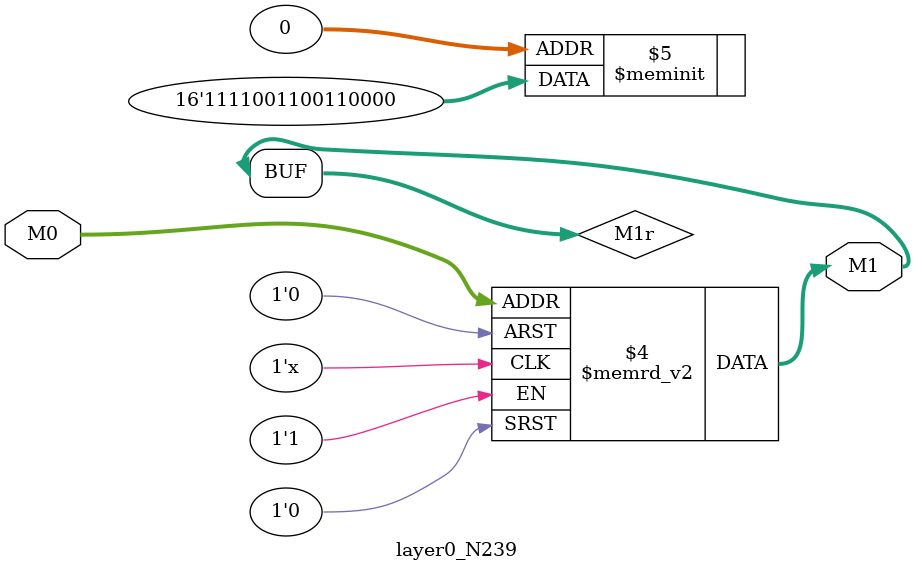
<source format=v>
module layer0_N239 ( input [2:0] M0, output [1:0] M1 );

	(*rom_style = "distributed" *) reg [1:0] M1r;
	assign M1 = M1r;
	always @ (M0) begin
		case (M0)
			3'b000: M1r = 2'b00;
			3'b100: M1r = 2'b11;
			3'b010: M1r = 2'b11;
			3'b110: M1r = 2'b11;
			3'b001: M1r = 2'b00;
			3'b101: M1r = 2'b00;
			3'b011: M1r = 2'b00;
			3'b111: M1r = 2'b11;

		endcase
	end
endmodule

</source>
